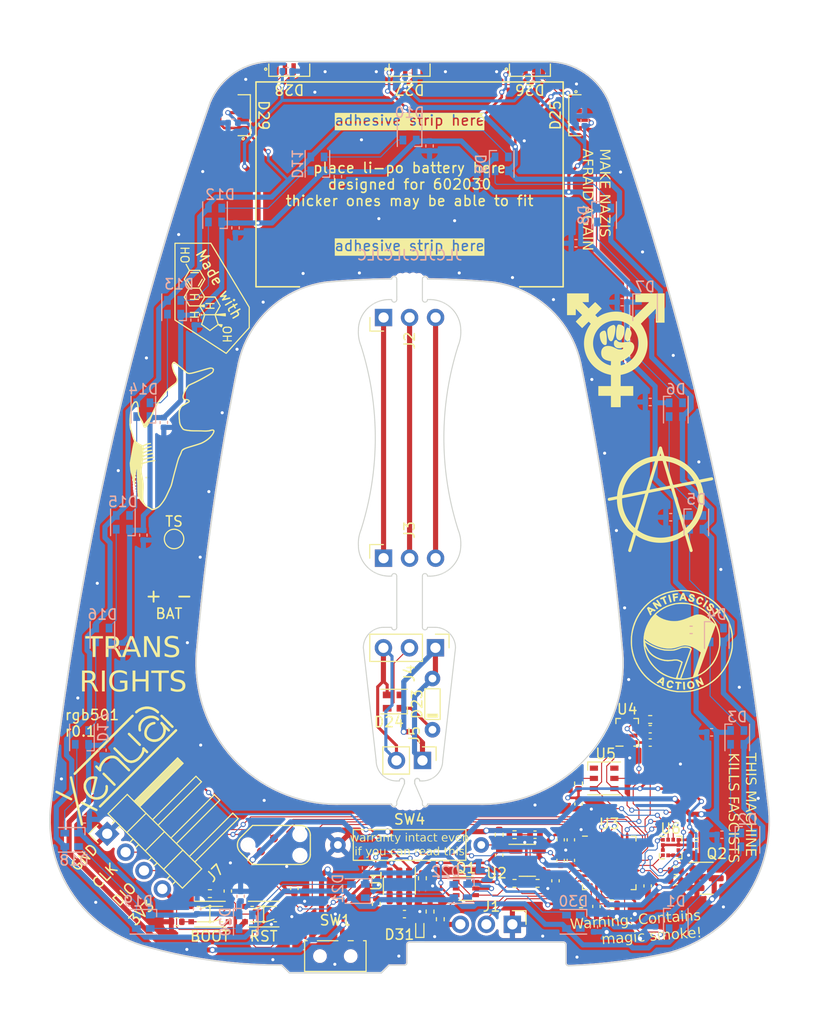
<source format=kicad_pcb>
(kicad_pcb (version 20221018) (generator pcbnew)

  (general
    (thickness 1.6)
  )

  (paper "A4")
  (title_block
    (title "Self contained addressible RGB ring for 3M 501")
    (date "2024-01-08")
    (rev "r0.1")
    (company "xenua")
  )

  (layers
    (0 "F.Cu" signal)
    (31 "B.Cu" signal)
    (32 "B.Adhes" user "B.Adhesive")
    (33 "F.Adhes" user "F.Adhesive")
    (34 "B.Paste" user)
    (35 "F.Paste" user)
    (36 "B.SilkS" user "B.Silkscreen")
    (37 "F.SilkS" user "F.Silkscreen")
    (38 "B.Mask" user)
    (39 "F.Mask" user)
    (40 "Dwgs.User" user "User.Drawings")
    (41 "Cmts.User" user "User.Comments")
    (42 "Eco1.User" user "User.Eco1")
    (43 "Eco2.User" user "User.Eco2")
    (44 "Edge.Cuts" user)
    (45 "Margin" user)
    (46 "B.CrtYd" user "B.Courtyard")
    (47 "F.CrtYd" user "F.Courtyard")
    (48 "B.Fab" user)
    (49 "F.Fab" user)
    (50 "User.1" user)
    (51 "User.2" user)
    (52 "User.3" user)
    (53 "User.4" user)
    (54 "User.5" user)
    (55 "User.6" user)
    (56 "User.7" user)
    (57 "User.8" user)
    (58 "User.9" user)
  )

  (setup
    (pad_to_mask_clearance 0)
    (pcbplotparams
      (layerselection 0x00010fc_ffffffff)
      (plot_on_all_layers_selection 0x0000000_00000000)
      (disableapertmacros false)
      (usegerberextensions false)
      (usegerberattributes true)
      (usegerberadvancedattributes true)
      (creategerberjobfile true)
      (dashed_line_dash_ratio 12.000000)
      (dashed_line_gap_ratio 3.000000)
      (svgprecision 4)
      (plotframeref false)
      (viasonmask false)
      (mode 1)
      (useauxorigin false)
      (hpglpennumber 1)
      (hpglpenspeed 20)
      (hpglpendiameter 15.000000)
      (dxfpolygonmode true)
      (dxfimperialunits true)
      (dxfusepcbnewfont true)
      (psnegative false)
      (psa4output false)
      (plotreference true)
      (plotvalue true)
      (plotinvisibletext false)
      (sketchpadsonfab false)
      (subtractmaskfromsilk false)
      (outputformat 1)
      (mirror false)
      (drillshape 1)
      (scaleselection 1)
      (outputdirectory "")
    )
  )

  (net 0 "")
  (net 1 "+BATT")
  (net 2 "GND")
  (net 3 "VCC")
  (net 4 "Net-(U2-BP)")
  (net 5 "VBUS")
  (net 6 "+3V3")
  (net 7 "Net-(D1-DOUT)")
  (net 8 "/MAIN_LEDs")
  (net 9 "Net-(D2-DOUT)")
  (net 10 "Net-(D3-DOUT)")
  (net 11 "Net-(D4-DOUT)")
  (net 12 "Net-(D5-DOUT)")
  (net 13 "Net-(D6-DOUT)")
  (net 14 "Net-(D7-DOUT)")
  (net 15 "Net-(D8-DOUT)")
  (net 16 "Net-(D10-DIN)")
  (net 17 "Net-(D10-DOUT)")
  (net 18 "Net-(D11-DOUT)")
  (net 19 "Net-(D12-DOUT)")
  (net 20 "Net-(D13-DOUT)")
  (net 21 "Net-(D14-DOUT)")
  (net 22 "Net-(D15-DOUT)")
  (net 23 "Net-(D16-DOUT)")
  (net 24 "Net-(D17-DOUT)")
  (net 25 "Net-(D18-DOUT)")
  (net 26 "Net-(D19-DOUT)")
  (net 27 "Net-(D20-DOUT)")
  (net 28 "Net-(D21-DOUT)")
  (net 29 "Net-(D22-DOUT)")
  (net 30 "Net-(D23-K)")
  (net 31 "unconnected-(D24-DOUT-Pad2)")
  (net 32 "Net-(D24-DIN)")
  (net 33 "Net-(D25-DOUT)")
  (net 34 "/SIDE_LEDs")
  (net 35 "Net-(D26-DOUT)")
  (net 36 "Net-(D27-DOUT)")
  (net 37 "Net-(D28-DOUT)")
  (net 38 "unconnected-(D29-DOUT-Pad2)")
  (net 39 "/CHARGE_LED")
  (net 40 "/LDO_EN")
  (net 41 "/VBUS_DET")
  (net 42 "Net-(U1-ISET)")
  (net 43 "Net-(U1-TS)")
  (net 44 "Net-(U2-EN)")
  (net 45 "/VBAT_SENSE")
  (net 46 "/~{CHG}")
  (net 47 "unconnected-(U3-PC14-Pad2)")
  (net 48 "unconnected-(U3-PC15-Pad3)")
  (net 49 "Net-(D23-A)")
  (net 50 "Net-(D24-VSS)")
  (net 51 "unconnected-(U3-PA7-Pad13)")
  (net 52 "unconnected-(U3-PB0-Pad14)")
  (net 53 "unconnected-(U3-PB1-Pad15)")
  (net 54 "unconnected-(U3-PA8-Pad18)")
  (net 55 "unconnected-(U3-PB4-Pad27)")
  (net 56 "unconnected-(U3-PB5-Pad28)")
  (net 57 "/INT2")
  (net 58 "/INT1")
  (net 59 "/SCL")
  (net 60 "/SDA")
  (net 61 "unconnected-(U3-PA6-Pad12)")
  (net 62 "unconnected-(D30-DOUT-Pad2)")
  (net 63 "/INT")
  (net 64 "/GND_{LED}")
  (net 65 "/Controller/~{RST}")
  (net 66 "/Controller/BOOT0")
  (net 67 "/Controller/SWDIO")
  (net 68 "/Controller/SWCLK")
  (net 69 "/Controller/SWO")
  (net 70 "/LEDS_EN")
  (net 71 "Net-(R10-Pad1)")
  (net 72 "/Controller/REED_SW")
  (net 73 "Net-(J2-Pin_1)")
  (net 74 "Net-(J2-Pin_2)")
  (net 75 "Net-(J2-Pin_3)")
  (net 76 "Net-(U5-VDD)")
  (net 77 "unconnected-(U4-CSB-Pad2)")
  (net 78 "unconnected-(U5-NC-Pad1)")
  (net 79 "unconnected-(U5-NC-Pad6)")
  (net 80 "Net-(R17-Pad2)")

  (footprint "Capacitor_SMD:C_0402_1005Metric" (layer "F.Cu") (at 115.75 139 90))

  (footprint "xenua:Conn_Magnet_3p" (layer "F.Cu") (at 100 86 90))

  (footprint "xenua:SW_Push_Alps_SKTCABE010" (layer "F.Cu") (at 80.5 144.25))

  (footprint "Connector_PinHeader_2.54mm:PinHeader_1x03_P2.54mm_Vertical" (layer "F.Cu") (at 102.525 118.25 -90))

  (footprint "Resistor_SMD:R_0402_1005Metric" (layer "F.Cu") (at 110.25 141.25))

  (footprint "Connector_PinHeader_2.54mm:PinHeader_1x02_P2.54mm_Vertical" (layer "F.Cu") (at 101.26 129.25 -90))

  (footprint "xenua:WS2812B_2040_Sideways" (layer "F.Cu") (at 116.25 66.25 90))

  (footprint "Capacitor_SMD:C_0402_1005Metric" (layer "F.Cu") (at 123.25 141.5 -90))

  (footprint "Resistor_SMD:R_0402_1005Metric" (layer "F.Cu") (at 116.5 131.5 90))

  (footprint "Resistor_SMD:R_0402_1005Metric" (layer "F.Cu") (at 123.5 125.25 180))

  (footprint "xenua:WS2812B_2040_Sideways" (layer "F.Cu") (at 83.75 66.25 -90))

  (footprint "xenua:sig-medium" (layer "F.Cu") (at 68 135.5 45))

  (footprint "xenua:WS2812B_2040_Sideways" (layer "F.Cu") (at 100 61.75 180))

  (footprint "Resistor_SMD:R_0402_1005Metric" (layer "F.Cu") (at 110.25 136.5 180))

  (footprint "Package_TO_SOT_SMD:SOT-23" (layer "F.Cu") (at 129 140.75))

  (footprint "xenua:Bat_Leads" (layer "F.Cu") (at 76.5 111.5))

  (footprint "Resistor_SMD:R_0402_1005Metric" (layer "F.Cu") (at 126 140 180))

  (footprint "Connector_PinHeader_2.54mm:PinHeader_1x04_P2.54mm_Horizontal" (layer "F.Cu") (at 70.469402 136.406587 45))

  (footprint "xenua:TC2030" (layer "F.Cu") (at 86.75 137.5))

  (footprint "xenua:SW_MSK12C02-HB" (layer "F.Cu") (at 92.75 148.35))

  (footprint "Resistor_SMD:R_0402_1005Metric" (layer "F.Cu") (at 116.75 143.25))

  (footprint "xenua:Conn_Magnet_3p" (layer "F.Cu") (at 107.5 145.25 -90))

  (footprint "Capacitor_SMD:C_0402_1005Metric" (layer "F.Cu") (at 99.5 144.25 180))

  (footprint "Diode_SMD:D_SOD-923" (layer "F.Cu") (at 101 145.67 90))

  (footprint "Package_TO_SOT_SMD:SOT-23-5" (layer "F.Cu") (at 111.5 139))

  (footprint "xenua:WS2812B_2040_Sideways" (layer "F.Cu") (at 88.25 61.75 180))

  (footprint "Capacitor_SMD:C_0402_1005Metric" (layer "F.Cu") (at 123.5 126.2))

  (footprint "xenua:1N4148" (layer "F.Cu") (at 102.235 123.75 90))

  (footprint "xenua:amogus" (layer "F.Cu") (at 85.175 140.55))

  (footprint "Resistor_SMD:R_0402_1005Metric" (layer "F.Cu") (at 108.75 136.5 -90))

  (footprint "xenua:MadeWithEstrogen" (layer "F.Cu")
    (tstamp 6d7fe42f-b4a8-4841-8872-6543b4c9adc0)
    (at 80 84 -90)
    (attr smd board_only exclude_from_pos_files exclude_from_bom allow_missing_courtyard)
    (fp_text reference "REF**" (at 0 -4.84 -90 unlocked) (layer "F.SilkS") hide
        (effects (font (size 1 1) (thickness 0.15)))
      (tstamp d5e1b77a-09d1-49af-ad70-82c6f7d70440)
    )
    (fp_text value "MadeWithEstrogen" (at 0 3.91 -90 unlocked) (layer "F.Fab")
        (effects (font (size 1 1) (thickness 0.15)))
      (tstamp 5528ab30-a7d6-4004-a7db-d569e3b01675)
    )
    (fp_text user "Made with" (at -4.32 1.06 -60 unlocked) (layer "F.SilkS")
        (effects (font (size 1 1) (thickness 0.15)) (justify left bottom))
      (tstamp 14bfd6e3-01ee-4082-909f-4c94836ec8a0)
    )
    (fp_text user "H" (at 0 0.58 -90 unlocked) (layer "F.SilkS")
        (effects (font (size 0.8 0.8) (thickness 0.12)) (justify top))
      (tstamp 46ae46e7-23ee-4a05-8293-322e84f768ed)
    )
    (fp_text user "HO" (at -3.19 1.5 -90 unlocked) (layer "F.SilkS")
        (effects (font (size 0.8 0.8) (thickness 0.12)) (justify right top))
      (tstamp 4e427e04-a0bd-40d0-ab3e-d6839b93f1a5)
    )
    (fp_text user "H" (at 1.732 0.58 -90 unlocked) (layer "F.SilkS")
        (effects (font (size 0.8 0.8) (thickness 0.12)) (justify top))
      (tstamp b2e242b4-7fb2-49ff-9776-b51d7a3954d6)
    )
    (fp_text user "H" (at 0.866 0 -90 unlocked) (layer "F.SilkS")
        (effects (font (size 0.8 0.8) (thickness 0.12)) (justify bottom))
      (tstamp c435a87b-648f-4b77-adc7-1b3f3e1749d6)
    )
    (fp_text user "OH" (at 2.716 -1.69 -90 unlocked) (layer "F.SilkS")
        (effects (font (size 0.8 0.8) (thickness 0.12)) (justify left bottom))
      (tstamp f2b0ed0e-d7b6-44f5-a683-df23e23f81b8)
    )
    (fp_line (start -2.598 1.5) (end -3.19 1.82)
      (stroke (width 0.12) (type default)) (layer "F.SilkS") (tstamp 2acf9d0d-a4e0-4f70-946d-0dceb5549fbc))
    (fp_line (start -2.598 1.5) (end -2.598 0.5)
      (stroke (width 0.12) (
... [2074061 chars truncated]
</source>
